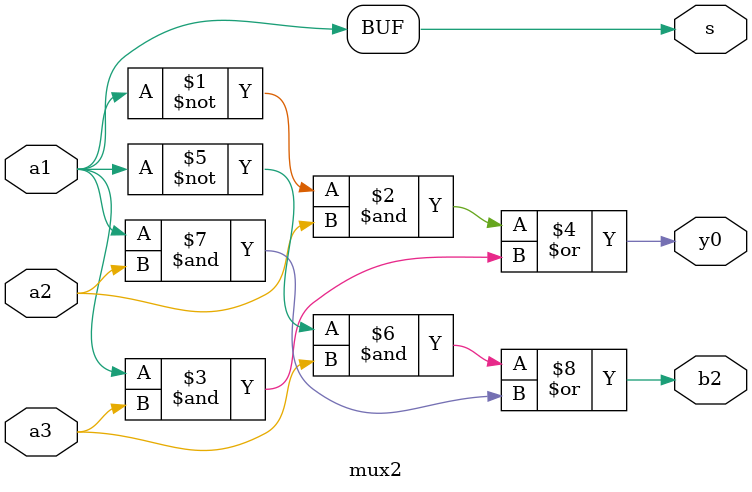
<source format=v>
`timescale 1ns / 1ps


module mux2(
input a1,a2,a3,output s,b2,y0
    );
    assign s=a1;
    assign y0=(~a1&a2)|(a1&a3);
    assign b2=(~a1&a3)|(a1&a2);
    
endmodule

</source>
